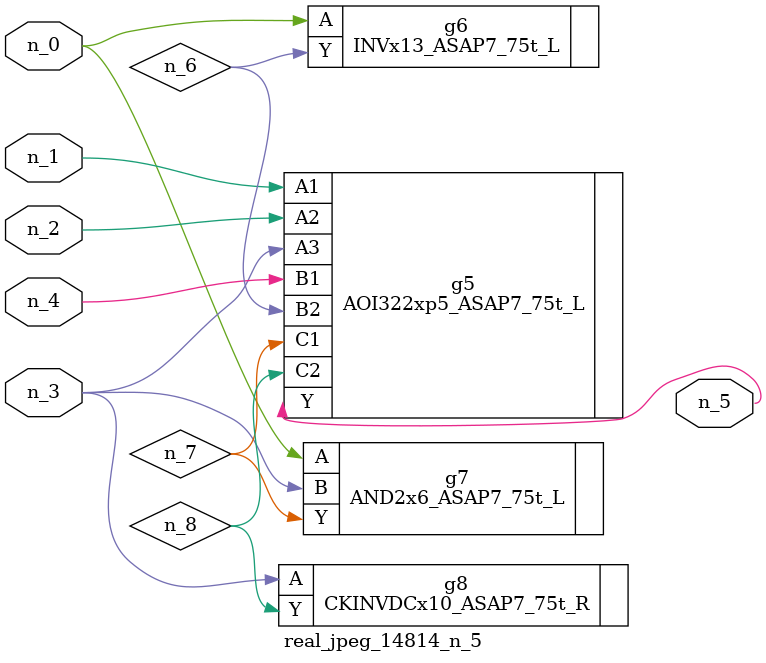
<source format=v>
module real_jpeg_14814_n_5 (n_4, n_0, n_1, n_2, n_3, n_5);

input n_4;
input n_0;
input n_1;
input n_2;
input n_3;

output n_5;

wire n_8;
wire n_6;
wire n_7;

INVx13_ASAP7_75t_L g6 ( 
.A(n_0),
.Y(n_6)
);

AND2x6_ASAP7_75t_L g7 ( 
.A(n_0),
.B(n_3),
.Y(n_7)
);

AOI322xp5_ASAP7_75t_L g5 ( 
.A1(n_1),
.A2(n_2),
.A3(n_3),
.B1(n_4),
.B2(n_6),
.C1(n_7),
.C2(n_8),
.Y(n_5)
);

CKINVDCx10_ASAP7_75t_R g8 ( 
.A(n_3),
.Y(n_8)
);


endmodule
</source>
